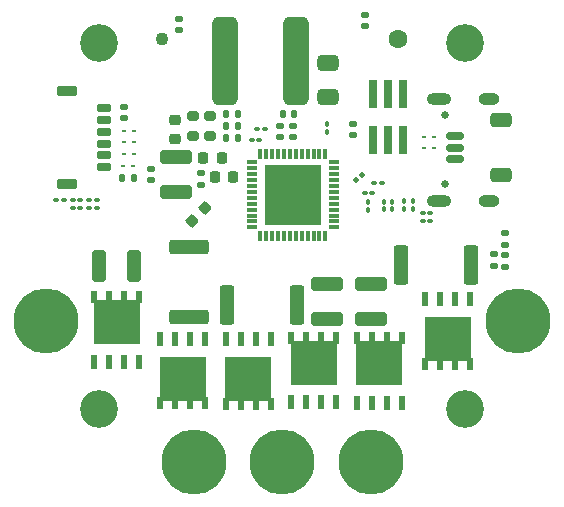
<source format=gts>
%TF.GenerationSoftware,KiCad,Pcbnew,(7.0.0)*%
%TF.CreationDate,2023-07-15T19:37:13+02:00*%
%TF.ProjectId,Leistungsteil,4c656973-7475-46e6-9773-7465696c2e6b,rev?*%
%TF.SameCoordinates,Original*%
%TF.FileFunction,Soldermask,Top*%
%TF.FilePolarity,Negative*%
%FSLAX46Y46*%
G04 Gerber Fmt 4.6, Leading zero omitted, Abs format (unit mm)*
G04 Created by KiCad (PCBNEW (7.0.0)) date 2023-07-15 19:37:13*
%MOMM*%
%LPD*%
G01*
G04 APERTURE LIST*
G04 Aperture macros list*
%AMRoundRect*
0 Rectangle with rounded corners*
0 $1 Rounding radius*
0 $2 $3 $4 $5 $6 $7 $8 $9 X,Y pos of 4 corners*
0 Add a 4 corners polygon primitive as box body*
4,1,4,$2,$3,$4,$5,$6,$7,$8,$9,$2,$3,0*
0 Add four circle primitives for the rounded corners*
1,1,$1+$1,$2,$3*
1,1,$1+$1,$4,$5*
1,1,$1+$1,$6,$7*
1,1,$1+$1,$8,$9*
0 Add four rect primitives between the rounded corners*
20,1,$1+$1,$2,$3,$4,$5,0*
20,1,$1+$1,$4,$5,$6,$7,0*
20,1,$1+$1,$6,$7,$8,$9,0*
20,1,$1+$1,$8,$9,$2,$3,0*%
G04 Aperture macros list end*
%ADD10RoundRect,0.135000X-0.185000X0.135000X-0.185000X-0.135000X0.185000X-0.135000X0.185000X0.135000X0*%
%ADD11C,5.500000*%
%ADD12C,3.600000*%
%ADD13RoundRect,0.250000X0.650000X-0.350000X0.650000X0.350000X-0.650000X0.350000X-0.650000X-0.350000X0*%
%ADD14RoundRect,0.150000X0.625000X-0.150000X0.625000X0.150000X-0.625000X0.150000X-0.625000X-0.150000X0*%
%ADD15C,3.200000*%
%ADD16RoundRect,0.100000X-0.130000X-0.100000X0.130000X-0.100000X0.130000X0.100000X-0.130000X0.100000X0*%
%ADD17RoundRect,0.550000X0.550000X-3.200000X0.550000X3.200000X-0.550000X3.200000X-0.550000X-3.200000X0*%
%ADD18RoundRect,0.140000X-0.170000X0.140000X-0.170000X-0.140000X0.170000X-0.140000X0.170000X0.140000X0*%
%ADD19RoundRect,0.100000X0.130000X0.100000X-0.130000X0.100000X-0.130000X-0.100000X0.130000X-0.100000X0*%
%ADD20R,0.610000X1.020000*%
%ADD21R,3.910000X3.810000*%
%ADD22R,0.610000X1.270000*%
%ADD23RoundRect,0.100000X-0.100000X0.130000X-0.100000X-0.130000X0.100000X-0.130000X0.100000X0.130000X0*%
%ADD24RoundRect,0.140000X0.170000X-0.140000X0.170000X0.140000X-0.170000X0.140000X-0.170000X-0.140000X0*%
%ADD25RoundRect,0.250000X-1.100000X0.325000X-1.100000X-0.325000X1.100000X-0.325000X1.100000X0.325000X0*%
%ADD26RoundRect,0.062500X0.117500X0.062500X-0.117500X0.062500X-0.117500X-0.062500X0.117500X-0.062500X0*%
%ADD27RoundRect,0.225000X-0.250000X0.225000X-0.250000X-0.225000X0.250000X-0.225000X0.250000X0.225000X0*%
%ADD28RoundRect,0.140000X0.140000X0.170000X-0.140000X0.170000X-0.140000X-0.170000X0.140000X-0.170000X0*%
%ADD29RoundRect,0.100000X0.100000X-0.130000X0.100000X0.130000X-0.100000X0.130000X-0.100000X-0.130000X0*%
%ADD30R,4.700000X5.075000*%
%ADD31R,0.300000X0.850000*%
%ADD32R,0.850000X0.300000*%
%ADD33RoundRect,0.250000X-1.425000X0.362500X-1.425000X-0.362500X1.425000X-0.362500X1.425000X0.362500X0*%
%ADD34RoundRect,0.225000X-0.625000X0.225000X-0.625000X-0.225000X0.625000X-0.225000X0.625000X0.225000X0*%
%ADD35RoundRect,0.150000X-0.475000X0.150000X-0.475000X-0.150000X0.475000X-0.150000X0.475000X0.150000X0*%
%ADD36R,0.740000X2.400000*%
%ADD37RoundRect,0.335000X0.565000X0.335000X-0.565000X0.335000X-0.565000X-0.335000X0.565000X-0.335000X0*%
%ADD38RoundRect,0.062500X-0.117500X-0.062500X0.117500X-0.062500X0.117500X0.062500X-0.117500X0.062500X0*%
%ADD39RoundRect,0.250000X0.362500X1.425000X-0.362500X1.425000X-0.362500X-1.425000X0.362500X-1.425000X0*%
%ADD40RoundRect,0.135000X0.135000X0.185000X-0.135000X0.185000X-0.135000X-0.185000X0.135000X-0.185000X0*%
%ADD41RoundRect,0.135000X-0.135000X-0.185000X0.135000X-0.185000X0.135000X0.185000X-0.135000X0.185000X0*%
%ADD42RoundRect,0.225000X0.017678X-0.335876X0.335876X-0.017678X-0.017678X0.335876X-0.335876X0.017678X0*%
%ADD43RoundRect,0.100000X-0.021213X-0.162635X0.162635X0.021213X0.021213X0.162635X-0.162635X-0.021213X0*%
%ADD44RoundRect,0.250000X-0.362500X-1.425000X0.362500X-1.425000X0.362500X1.425000X-0.362500X1.425000X0*%
%ADD45RoundRect,0.225000X0.225000X0.250000X-0.225000X0.250000X-0.225000X-0.250000X0.225000X-0.250000X0*%
%ADD46RoundRect,0.200000X0.275000X-0.200000X0.275000X0.200000X-0.275000X0.200000X-0.275000X-0.200000X0*%
%ADD47RoundRect,0.225000X-0.225000X-0.250000X0.225000X-0.250000X0.225000X0.250000X-0.225000X0.250000X0*%
%ADD48RoundRect,0.250000X0.325000X1.100000X-0.325000X1.100000X-0.325000X-1.100000X0.325000X-1.100000X0*%
%ADD49C,1.100000*%
%ADD50C,1.600000*%
%ADD51O,2.100000X1.000000*%
%ADD52O,1.800000X1.000000*%
%ADD53C,0.650000*%
G04 APERTURE END LIST*
D10*
%TO.C,NTC1*%
X208900000Y-111600000D03*
X208900000Y-110580000D03*
%TD*%
D11*
%TO.C,Phase_W1*%
X197500000Y-130000000D03*
D12*
X197500000Y-130000000D03*
%TD*%
D13*
%TO.C,CAN_Con2*%
X208520000Y-101040000D03*
X208520000Y-105640000D03*
D14*
X204645000Y-102340000D03*
X204645000Y-103340000D03*
X204645000Y-104340000D03*
%TD*%
D15*
%TO.C,H4*%
X174500000Y-125500000D03*
%TD*%
D16*
%TO.C,R_Fault1*%
X197620000Y-107200000D03*
X196980000Y-107200000D03*
%TD*%
D17*
%TO.C,L1*%
X191155000Y-96000000D03*
X185155000Y-96000000D03*
%TD*%
D18*
%TO.C,C_LDO2*%
X181300000Y-93380000D03*
X181300000Y-92420000D03*
%TD*%
D19*
%TO.C,C_Filter_W1*%
X201900000Y-108900000D03*
X202540000Y-108900000D03*
%TD*%
D20*
%TO.C,Q_P_W_L1*%
X202129999Y-121664999D03*
X203399999Y-121664999D03*
X204669999Y-121664999D03*
X205939999Y-121664999D03*
D21*
X204034999Y-119559999D03*
D22*
X202129999Y-116199999D03*
X203399999Y-116199999D03*
X204669999Y-116199999D03*
X205939999Y-116199999D03*
%TD*%
D23*
%TO.C,C_Filter_U1*%
X199300000Y-108565000D03*
X199300000Y-107925000D03*
%TD*%
D24*
%TO.C,C_SPI2*%
X196000000Y-101320000D03*
X196000000Y-102280000D03*
%TD*%
%TO.C,C_LDO1*%
X197000000Y-92120000D03*
X197000000Y-93080000D03*
%TD*%
D25*
%TO.C,C_IN6*%
X197500000Y-117875000D03*
X197500000Y-114925000D03*
%TD*%
D15*
%TO.C,H2*%
X205500000Y-94500000D03*
%TD*%
D26*
%TO.C,D1_ESD3*%
X177415000Y-103900000D03*
X176575000Y-103900000D03*
%TD*%
%TO.C,D1_ESD2*%
X177415000Y-102900000D03*
X176575000Y-102900000D03*
%TD*%
D27*
%TO.C,C_5V1*%
X180955000Y-102575000D03*
X180955000Y-101025000D03*
%TD*%
D10*
%TO.C,R_SENS_Temp1*%
X207900000Y-113400000D03*
X207900000Y-112380000D03*
%TD*%
D15*
%TO.C,H1*%
X174500000Y-94500000D03*
%TD*%
D28*
%TO.C,C_FB1*%
X185275000Y-100500000D03*
X186235000Y-100500000D03*
%TD*%
D20*
%TO.C,Q_P_V_H1*%
X194559999Y-119454999D03*
X193289999Y-119454999D03*
X192019999Y-119454999D03*
X190749999Y-119454999D03*
D21*
X192654999Y-121559999D03*
D22*
X194559999Y-124919999D03*
X193289999Y-124919999D03*
X192019999Y-124919999D03*
X190749999Y-124919999D03*
%TD*%
D16*
%TO.C,R_BAT1*%
X171520000Y-107800000D03*
X170880000Y-107800000D03*
%TD*%
D29*
%TO.C,C_Vref1*%
X197300000Y-107980000D03*
X197300000Y-108620000D03*
%TD*%
D20*
%TO.C,Q_P_U_L1*%
X179689999Y-124999999D03*
X180959999Y-124999999D03*
X182229999Y-124999999D03*
X183499999Y-124999999D03*
D21*
X181594999Y-122894999D03*
D22*
X179689999Y-119534999D03*
X180959999Y-119534999D03*
X182229999Y-119534999D03*
X183499999Y-119534999D03*
%TD*%
D16*
%TO.C,R_BAT2*%
X172920000Y-107800000D03*
X172280000Y-107800000D03*
%TD*%
D29*
%TO.C,R_CS2*%
X201050000Y-107900000D03*
X201050000Y-108540000D03*
%TD*%
D11*
%TO.C,Positiv1*%
X210000000Y-118000000D03*
D12*
X210000000Y-118000000D03*
%TD*%
D20*
%TO.C,Q_P_U_H1*%
X177904999Y-116004999D03*
X176634999Y-116004999D03*
X175364999Y-116004999D03*
X174094999Y-116004999D03*
D21*
X175999999Y-118109999D03*
D22*
X177904999Y-121469999D03*
X176634999Y-121469999D03*
X175364999Y-121469999D03*
X174094999Y-121469999D03*
%TD*%
D29*
%TO.C,C_DVDD1*%
X193800000Y-101380000D03*
X193800000Y-102020000D03*
%TD*%
D25*
%TO.C,C_1*%
X181005000Y-107075000D03*
X181005000Y-104125000D03*
%TD*%
D19*
%TO.C,R_RT/SD1*%
X187442500Y-102700000D03*
X188082500Y-102700000D03*
%TD*%
D30*
%TO.C,M1*%
X190904999Y-107349999D03*
D31*
X188154999Y-103899999D03*
X188654999Y-103899999D03*
X189154999Y-103899999D03*
X189654999Y-103899999D03*
X190154999Y-103899999D03*
X190654999Y-103899999D03*
X191154999Y-103899999D03*
X191654999Y-103899999D03*
X192154999Y-103899999D03*
X192654999Y-103899999D03*
X193154999Y-103899999D03*
X193654999Y-103899999D03*
D32*
X194354999Y-104599999D03*
X194354999Y-105099999D03*
X194354999Y-105599999D03*
X194354999Y-106099999D03*
X194354999Y-106599999D03*
X194354999Y-107099999D03*
X194354999Y-107599999D03*
X194354999Y-108099999D03*
X194354999Y-108599999D03*
X194354999Y-109099999D03*
X194354999Y-109599999D03*
X194354999Y-110099999D03*
D31*
X193654999Y-110799999D03*
X193154999Y-110799999D03*
X192654999Y-110799999D03*
X192154999Y-110799999D03*
X191654999Y-110799999D03*
X191154999Y-110799999D03*
X190654999Y-110799999D03*
X190154999Y-110799999D03*
X189654999Y-110799999D03*
X189154999Y-110799999D03*
X188654999Y-110799999D03*
X188154999Y-110799999D03*
D32*
X187454999Y-110099999D03*
X187454999Y-109599999D03*
X187454999Y-109099999D03*
X187454999Y-108599999D03*
X187454999Y-108099999D03*
X187454999Y-107599999D03*
X187454999Y-107099999D03*
X187454999Y-106599999D03*
X187454999Y-106099999D03*
X187454999Y-105599999D03*
X187454999Y-105099999D03*
X187454999Y-104599999D03*
%TD*%
D33*
%TO.C,Rs_P_U1*%
X182100000Y-117662500D03*
X182100000Y-111737500D03*
%TD*%
D16*
%TO.C,D_VBAT1*%
X172920000Y-108500000D03*
X172280000Y-108500000D03*
%TD*%
D15*
%TO.C,H3*%
X205500000Y-125500000D03*
%TD*%
D20*
%TO.C,Q_P_W_H1*%
X200109999Y-119499999D03*
X198839999Y-119499999D03*
X197569999Y-119499999D03*
X196299999Y-119499999D03*
D21*
X198204999Y-121604999D03*
D22*
X200109999Y-124964999D03*
X198839999Y-124964999D03*
X197569999Y-124964999D03*
X196299999Y-124964999D03*
%TD*%
D24*
%TO.C,C_VM1*%
X178900000Y-105120000D03*
X178900000Y-106080000D03*
%TD*%
D34*
%TO.C,JST_SPI1*%
X171775000Y-106450000D03*
X171775000Y-98550000D03*
D35*
X174900000Y-105000000D03*
X174900000Y-104000000D03*
X174900000Y-103000000D03*
X174900000Y-102000000D03*
X174900000Y-101000000D03*
X174900000Y-100000000D03*
%TD*%
D36*
%TO.C,SPI2*%
X200219999Y-98799999D03*
X200219999Y-102699999D03*
X198949999Y-98799999D03*
X198949999Y-102699999D03*
X197679999Y-98799999D03*
X197679999Y-102699999D03*
%TD*%
D19*
%TO.C,R_RCL1*%
X187880000Y-101800000D03*
X188520000Y-101800000D03*
%TD*%
D37*
%TO.C,D1*%
X193855000Y-99050000D03*
X193855000Y-96190000D03*
%TD*%
D18*
%TO.C,C_IN7*%
X190900000Y-102460000D03*
X190900000Y-101500000D03*
%TD*%
D24*
%TO.C,C_VM2*%
X183100000Y-105520000D03*
X183100000Y-106480000D03*
%TD*%
D29*
%TO.C,R_CS1*%
X198600000Y-107925000D03*
X198600000Y-108565000D03*
%TD*%
D38*
%TO.C,D1_ESD5*%
X202025000Y-103340000D03*
X202865000Y-103340000D03*
%TD*%
D39*
%TO.C,Rs_P_V1*%
X185337500Y-116700000D03*
X191262500Y-116700000D03*
%TD*%
D16*
%TO.C,R_SDO_PU1*%
X198420000Y-106300000D03*
X197780000Y-106300000D03*
%TD*%
D24*
%TO.C,C_VCC1*%
X189800000Y-101500000D03*
X189800000Y-102460000D03*
%TD*%
D26*
%TO.C,D1_ESD4*%
X177395000Y-104900000D03*
X176555000Y-104900000D03*
%TD*%
D11*
%TO.C,Phase_V1*%
X190000000Y-130000000D03*
D12*
X190000000Y-130000000D03*
%TD*%
D28*
%TO.C,C_BST1*%
X190075000Y-100500000D03*
X191035000Y-100500000D03*
%TD*%
D40*
%TO.C,R_CAN1*%
X176475000Y-105900000D03*
X177495000Y-105900000D03*
%TD*%
%TO.C,R_FB2*%
X185265000Y-102500000D03*
X186285000Y-102500000D03*
%TD*%
D20*
%TO.C,Q_P_V_L1*%
X185229999Y-125044999D03*
X186499999Y-125044999D03*
X187769999Y-125044999D03*
X189039999Y-125044999D03*
D21*
X187134999Y-122939999D03*
D22*
X185229999Y-119579999D03*
X186499999Y-119579999D03*
X187769999Y-119579999D03*
X189039999Y-119579999D03*
%TD*%
D41*
%TO.C,R_FB1*%
X186265000Y-101500000D03*
X185245000Y-101500000D03*
%TD*%
D16*
%TO.C,C_VM_1*%
X174320000Y-108500000D03*
X173680000Y-108500000D03*
%TD*%
%TO.C,R_VM_1*%
X174320000Y-107800000D03*
X173680000Y-107800000D03*
%TD*%
D11*
%TO.C,Negativ1*%
X170000000Y-118000000D03*
D12*
X170000000Y-118000000D03*
%TD*%
D26*
%TO.C,D1_ESD1*%
X177415000Y-101900000D03*
X176575000Y-101900000D03*
%TD*%
D42*
%TO.C,C_VDRAIN1*%
X183448008Y-108451992D03*
X182351992Y-109548008D03*
%TD*%
D18*
%TO.C,C_SPI1*%
X176575000Y-100880000D03*
X176575000Y-99920000D03*
%TD*%
D43*
%TO.C,R_SCLK1*%
X196726274Y-105673726D03*
X196273726Y-106126274D03*
%TD*%
D25*
%TO.C,C_IN5*%
X193800000Y-117875000D03*
X193800000Y-114925000D03*
%TD*%
D44*
%TO.C,Rs_P_W1*%
X205962500Y-113300000D03*
X200037500Y-113300000D03*
%TD*%
D45*
%TO.C,C_DVDD2*%
X183325000Y-104200000D03*
X184875000Y-104200000D03*
%TD*%
D46*
%TO.C,R_C_s2*%
X183915000Y-100700000D03*
X183915000Y-102350000D03*
%TD*%
D38*
%TO.C,D1_ESD6*%
X202025000Y-102440000D03*
X202865000Y-102440000D03*
%TD*%
D47*
%TO.C,C_PUMP1*%
X185875000Y-105800000D03*
X184325000Y-105800000D03*
%TD*%
D23*
%TO.C,C_Filter_V1*%
X200350000Y-108540000D03*
X200350000Y-107900000D03*
%TD*%
D48*
%TO.C,C_IN4*%
X174525000Y-113400000D03*
X177475000Y-113400000D03*
%TD*%
D11*
%TO.C,Phase_U1*%
X182500000Y-130000000D03*
D12*
X182500000Y-130000000D03*
%TD*%
D18*
%TO.C,C_SENS_Temp1*%
X208910000Y-113430000D03*
X208910000Y-112470000D03*
%TD*%
D46*
%TO.C,R_C_s1*%
X182455000Y-100675000D03*
X182455000Y-102325000D03*
%TD*%
D16*
%TO.C,R_CS3*%
X202540000Y-109600000D03*
X201900000Y-109600000D03*
%TD*%
D49*
%TO.C,J1*%
X179850000Y-94150000D03*
D50*
X199850000Y-94150000D03*
%TD*%
D51*
%TO.C,J7*%
X203299999Y-107829999D03*
D52*
X207479999Y-107829999D03*
D51*
X203299999Y-99189999D03*
D52*
X207479999Y-99189999D03*
D53*
X203800000Y-106400000D03*
X203800000Y-100620000D03*
%TD*%
M02*

</source>
